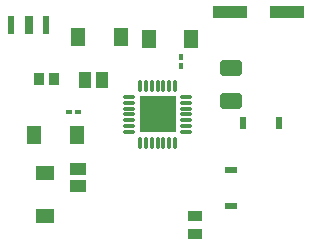
<source format=gtp>
G04*
G04 #@! TF.GenerationSoftware,Altium Limited,CircuitMaker,2.0.3 (2.0.3.51)*
G04*
G04 Layer_Color=7318015*
%FSLAX44Y44*%
%MOMM*%
G71*
G04*
G04 #@! TF.SameCoordinates,91AE8199-6935-4096-B88E-BAE3D630F751*
G04*
G04*
G04 #@! TF.FilePolarity,Positive*
G04*
G01*
G75*
%ADD14R,0.4500X0.5000*%
%ADD15R,1.3500X1.1000*%
%ADD16R,1.6000X1.2000*%
%ADD17R,2.9718X1.0160*%
%ADD18R,0.6000X1.6000*%
%ADD19R,0.7000X1.5000*%
G04:AMPARAMS|DCode=20|XSize=1.8mm|YSize=1.3mm|CornerRadius=0.13mm|HoleSize=0mm|Usage=FLASHONLY|Rotation=180.000|XOffset=0mm|YOffset=0mm|HoleType=Round|Shape=RoundedRectangle|*
%AMROUNDEDRECTD20*
21,1,1.8000,1.0400,0,0,180.0*
21,1,1.5400,1.3000,0,0,180.0*
1,1,0.2600,-0.7700,0.5200*
1,1,0.2600,0.7700,0.5200*
1,1,0.2600,0.7700,-0.5200*
1,1,0.2600,-0.7700,-0.5200*
%
%ADD20ROUNDEDRECTD20*%
%ADD21R,1.2000X1.6000*%
%ADD22R,0.9000X1.0000*%
%ADD23R,1.1000X1.3500*%
%ADD24R,1.0000X0.6000*%
%ADD25R,0.6000X1.0000*%
%ADD26O,0.3000X1.1500*%
%ADD27O,1.1500X0.3000*%
%ADD28R,3.1500X3.1500*%
%ADD29R,1.3000X0.9000*%
%ADD30R,0.5000X0.4500*%
D14*
X170000Y198750D02*
D03*
Y191250D02*
D03*
D15*
X83058Y103378D02*
D03*
Y89378D02*
D03*
D16*
X55118Y64296D02*
D03*
Y100296D02*
D03*
D17*
X259334Y236982D02*
D03*
X211204D02*
D03*
D18*
X25894Y226070D02*
D03*
X55894D02*
D03*
D19*
X40894Y225570D02*
D03*
D20*
X212344Y161514D02*
D03*
Y189514D02*
D03*
D21*
X178528Y214122D02*
D03*
X142528D02*
D03*
X82838Y215138D02*
D03*
X118838D02*
D03*
X45754Y132334D02*
D03*
X81754D02*
D03*
D22*
X62738Y180086D02*
D03*
X49738D02*
D03*
D23*
X102758Y179070D02*
D03*
X88758D02*
D03*
D24*
X212090Y102870D02*
D03*
Y72870D02*
D03*
D25*
X222500Y142500D02*
D03*
X252500D02*
D03*
D26*
X165000Y174000D02*
D03*
X160000D02*
D03*
X155000D02*
D03*
X150000D02*
D03*
X145000D02*
D03*
X140000D02*
D03*
X135000D02*
D03*
Y126000D02*
D03*
X140000D02*
D03*
X145000D02*
D03*
X150000D02*
D03*
X155000D02*
D03*
X160000D02*
D03*
X165000D02*
D03*
D27*
X126000Y165000D02*
D03*
Y160000D02*
D03*
Y155000D02*
D03*
Y150000D02*
D03*
Y145000D02*
D03*
Y140000D02*
D03*
Y135000D02*
D03*
X174000D02*
D03*
Y140000D02*
D03*
Y145000D02*
D03*
Y150000D02*
D03*
Y155000D02*
D03*
Y160000D02*
D03*
Y165000D02*
D03*
D28*
X150000Y150000D02*
D03*
D29*
X181864Y48892D02*
D03*
Y64392D02*
D03*
D30*
X82490Y151892D02*
D03*
X74990D02*
D03*
M02*

</source>
